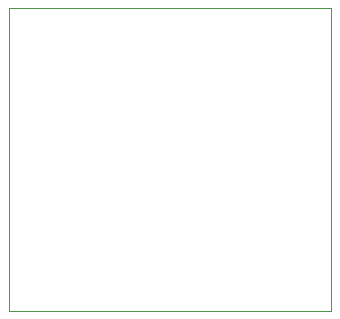
<source format=gbr>
%TF.GenerationSoftware,KiCad,Pcbnew,(6.0.4)*%
%TF.CreationDate,2022-06-28T14:13:10+02:00*%
%TF.ProjectId,safety board opamp,73616665-7479-4206-926f-617264206f70,rev?*%
%TF.SameCoordinates,Original*%
%TF.FileFunction,Profile,NP*%
%FSLAX46Y46*%
G04 Gerber Fmt 4.6, Leading zero omitted, Abs format (unit mm)*
G04 Created by KiCad (PCBNEW (6.0.4)) date 2022-06-28 14:13:10*
%MOMM*%
%LPD*%
G01*
G04 APERTURE LIST*
%TA.AperFunction,Profile*%
%ADD10C,0.100000*%
%TD*%
G04 APERTURE END LIST*
D10*
X121996200Y-40005000D02*
X149301200Y-40005000D01*
X149301200Y-40005000D02*
X149301200Y-65659000D01*
X149301200Y-65659000D02*
X121996200Y-65659000D01*
X121996200Y-65659000D02*
X121996200Y-40005000D01*
M02*

</source>
